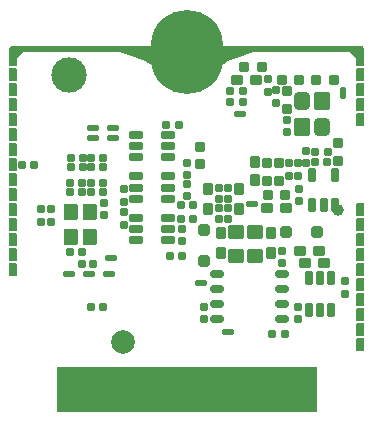
<source format=gbs>
G04*
G04 #@! TF.GenerationSoftware,Altium Limited,Altium Designer,24.9.1 (31)*
G04*
G04 Layer_Color=16711935*
%FSLAX43Y43*%
%MOMM*%
G71*
G04*
G04 #@! TF.SameCoordinates,EB6F8884-3A13-42B7-98C6-1BA732C3788B*
G04*
G04*
G04 #@! TF.FilePolarity,Negative*
G04*
G01*
G75*
G04:AMPARAMS|DCode=34|XSize=0.5mm|YSize=1mm|CornerRadius=0.125mm|HoleSize=0mm|Usage=FLASHONLY|Rotation=90.000|XOffset=0mm|YOffset=0mm|HoleType=Round|Shape=RoundedRectangle|*
%AMROUNDEDRECTD34*
21,1,0.500,0.750,0,0,90.0*
21,1,0.250,1.000,0,0,90.0*
1,1,0.250,0.375,0.125*
1,1,0.250,0.375,-0.125*
1,1,0.250,-0.375,-0.125*
1,1,0.250,-0.375,0.125*
%
%ADD34ROUNDEDRECTD34*%
G04:AMPARAMS|DCode=35|XSize=0.5mm|YSize=1mm|CornerRadius=0.125mm|HoleSize=0mm|Usage=FLASHONLY|Rotation=180.000|XOffset=0mm|YOffset=0mm|HoleType=Round|Shape=RoundedRectangle|*
%AMROUNDEDRECTD35*
21,1,0.500,0.750,0,0,180.0*
21,1,0.250,1.000,0,0,180.0*
1,1,0.250,-0.125,0.375*
1,1,0.250,0.125,0.375*
1,1,0.250,0.125,-0.375*
1,1,0.250,-0.125,-0.375*
%
%ADD35ROUNDEDRECTD35*%
G04:AMPARAMS|DCode=36|XSize=0.6mm|YSize=0.7mm|CornerRadius=0.113mm|HoleSize=0mm|Usage=FLASHONLY|Rotation=270.000|XOffset=0mm|YOffset=0mm|HoleType=Round|Shape=RoundedRectangle|*
%AMROUNDEDRECTD36*
21,1,0.600,0.475,0,0,270.0*
21,1,0.375,0.700,0,0,270.0*
1,1,0.225,-0.238,-0.188*
1,1,0.225,-0.238,0.188*
1,1,0.225,0.238,0.188*
1,1,0.225,0.238,-0.188*
%
%ADD36ROUNDEDRECTD36*%
G04:AMPARAMS|DCode=37|XSize=0.6mm|YSize=0.7mm|CornerRadius=0.113mm|HoleSize=0mm|Usage=FLASHONLY|Rotation=0.000|XOffset=0mm|YOffset=0mm|HoleType=Round|Shape=RoundedRectangle|*
%AMROUNDEDRECTD37*
21,1,0.600,0.475,0,0,0.0*
21,1,0.375,0.700,0,0,0.0*
1,1,0.225,0.188,-0.238*
1,1,0.225,-0.188,-0.238*
1,1,0.225,-0.188,0.238*
1,1,0.225,0.188,0.238*
%
%ADD37ROUNDEDRECTD37*%
G04:AMPARAMS|DCode=38|XSize=0.9mm|YSize=0.85mm|CornerRadius=0.144mm|HoleSize=0mm|Usage=FLASHONLY|Rotation=0.000|XOffset=0mm|YOffset=0mm|HoleType=Round|Shape=RoundedRectangle|*
%AMROUNDEDRECTD38*
21,1,0.900,0.563,0,0,0.0*
21,1,0.613,0.850,0,0,0.0*
1,1,0.288,0.306,-0.281*
1,1,0.288,-0.306,-0.281*
1,1,0.288,-0.306,0.281*
1,1,0.288,0.306,0.281*
%
%ADD38ROUNDEDRECTD38*%
G04:AMPARAMS|DCode=39|XSize=1mm|YSize=0.8mm|CornerRadius=0.138mm|HoleSize=0mm|Usage=FLASHONLY|Rotation=0.000|XOffset=0mm|YOffset=0mm|HoleType=Round|Shape=RoundedRectangle|*
%AMROUNDEDRECTD39*
21,1,1.000,0.525,0,0,0.0*
21,1,0.725,0.800,0,0,0.0*
1,1,0.275,0.363,-0.263*
1,1,0.275,-0.363,-0.263*
1,1,0.275,-0.363,0.263*
1,1,0.275,0.363,0.263*
%
%ADD39ROUNDEDRECTD39*%
G04:AMPARAMS|DCode=44|XSize=0.7mm|YSize=0.6mm|CornerRadius=0.113mm|HoleSize=0mm|Usage=FLASHONLY|Rotation=90.000|XOffset=0mm|YOffset=0mm|HoleType=Round|Shape=RoundedRectangle|*
%AMROUNDEDRECTD44*
21,1,0.700,0.375,0,0,90.0*
21,1,0.475,0.600,0,0,90.0*
1,1,0.225,0.188,0.238*
1,1,0.225,0.188,-0.238*
1,1,0.225,-0.188,-0.238*
1,1,0.225,-0.188,0.238*
%
%ADD44ROUNDEDRECTD44*%
G04:AMPARAMS|DCode=45|XSize=0.7mm|YSize=0.6mm|CornerRadius=0.113mm|HoleSize=0mm|Usage=FLASHONLY|Rotation=0.000|XOffset=0mm|YOffset=0mm|HoleType=Round|Shape=RoundedRectangle|*
%AMROUNDEDRECTD45*
21,1,0.700,0.375,0,0,0.0*
21,1,0.475,0.600,0,0,0.0*
1,1,0.225,0.238,-0.188*
1,1,0.225,-0.238,-0.188*
1,1,0.225,-0.238,0.188*
1,1,0.225,0.238,0.188*
%
%ADD45ROUNDEDRECTD45*%
G04:AMPARAMS|DCode=46|XSize=0.9mm|YSize=0.85mm|CornerRadius=0.144mm|HoleSize=0mm|Usage=FLASHONLY|Rotation=90.000|XOffset=0mm|YOffset=0mm|HoleType=Round|Shape=RoundedRectangle|*
%AMROUNDEDRECTD46*
21,1,0.900,0.563,0,0,90.0*
21,1,0.613,0.850,0,0,90.0*
1,1,0.288,0.281,0.306*
1,1,0.288,0.281,-0.306*
1,1,0.288,-0.281,-0.306*
1,1,0.288,-0.281,0.306*
%
%ADD46ROUNDEDRECTD46*%
%ADD55C,2.000*%
%ADD56C,3.000*%
%ADD108R,6.200X1.000*%
G04:AMPARAMS|DCode=109|XSize=0.75mm|YSize=1.15mm|CornerRadius=0.15mm|HoleSize=0mm|Usage=FLASHONLY|Rotation=0.000|XOffset=0mm|YOffset=0mm|HoleType=Round|Shape=RoundedRectangle|*
%AMROUNDEDRECTD109*
21,1,0.750,0.850,0,0,0.0*
21,1,0.450,1.150,0,0,0.0*
1,1,0.300,0.225,-0.425*
1,1,0.300,-0.225,-0.425*
1,1,0.300,-0.225,0.425*
1,1,0.300,0.225,0.425*
%
%ADD109ROUNDEDRECTD109*%
G04:AMPARAMS|DCode=110|XSize=1mm|YSize=0.8mm|CornerRadius=0.138mm|HoleSize=0mm|Usage=FLASHONLY|Rotation=90.000|XOffset=0mm|YOffset=0mm|HoleType=Round|Shape=RoundedRectangle|*
%AMROUNDEDRECTD110*
21,1,1.000,0.525,0,0,90.0*
21,1,0.725,0.800,0,0,90.0*
1,1,0.275,0.263,0.363*
1,1,0.275,0.263,-0.363*
1,1,0.275,-0.263,-0.363*
1,1,0.275,-0.263,0.363*
%
%ADD110ROUNDEDRECTD110*%
G04:AMPARAMS|DCode=111|XSize=1.15mm|YSize=1.4mm|CornerRadius=0.2mm|HoleSize=0mm|Usage=FLASHONLY|Rotation=270.000|XOffset=0mm|YOffset=0mm|HoleType=Round|Shape=RoundedRectangle|*
%AMROUNDEDRECTD111*
21,1,1.150,1.000,0,0,270.0*
21,1,0.750,1.400,0,0,270.0*
1,1,0.400,-0.500,-0.375*
1,1,0.400,-0.500,0.375*
1,1,0.400,0.500,0.375*
1,1,0.400,0.500,-0.375*
%
%ADD111ROUNDEDRECTD111*%
G04:AMPARAMS|DCode=112|XSize=0.95mm|YSize=0.95mm|CornerRadius=0.175mm|HoleSize=0mm|Usage=FLASHONLY|Rotation=0.000|XOffset=0mm|YOffset=0mm|HoleType=Round|Shape=RoundedRectangle|*
%AMROUNDEDRECTD112*
21,1,0.950,0.600,0,0,0.0*
21,1,0.600,0.950,0,0,0.0*
1,1,0.350,0.300,-0.300*
1,1,0.350,-0.300,-0.300*
1,1,0.350,-0.300,0.300*
1,1,0.350,0.300,0.300*
%
%ADD112ROUNDEDRECTD112*%
G04:AMPARAMS|DCode=113|XSize=0.95mm|YSize=0.95mm|CornerRadius=0.175mm|HoleSize=0mm|Usage=FLASHONLY|Rotation=90.000|XOffset=0mm|YOffset=0mm|HoleType=Round|Shape=RoundedRectangle|*
%AMROUNDEDRECTD113*
21,1,0.950,0.600,0,0,90.0*
21,1,0.600,0.950,0,0,90.0*
1,1,0.350,0.300,0.300*
1,1,0.350,0.300,-0.300*
1,1,0.350,-0.300,-0.300*
1,1,0.350,-0.300,0.300*
%
%ADD113ROUNDEDRECTD113*%
G04:AMPARAMS|DCode=114|XSize=0.75mm|YSize=1.2mm|CornerRadius=0.15mm|HoleSize=0mm|Usage=FLASHONLY|Rotation=270.000|XOffset=0mm|YOffset=0mm|HoleType=Round|Shape=RoundedRectangle|*
%AMROUNDEDRECTD114*
21,1,0.750,0.900,0,0,270.0*
21,1,0.450,1.200,0,0,270.0*
1,1,0.300,-0.450,-0.225*
1,1,0.300,-0.450,0.225*
1,1,0.300,0.450,0.225*
1,1,0.300,0.450,-0.225*
%
%ADD114ROUNDEDRECTD114*%
%ADD115R,0.450X2.100*%
G04:AMPARAMS|DCode=116|XSize=0.75mm|YSize=1.2mm|CornerRadius=0.15mm|HoleSize=0mm|Usage=FLASHONLY|Rotation=180.000|XOffset=0mm|YOffset=0mm|HoleType=Round|Shape=RoundedRectangle|*
%AMROUNDEDRECTD116*
21,1,0.750,0.900,0,0,180.0*
21,1,0.450,1.200,0,0,180.0*
1,1,0.300,-0.225,0.450*
1,1,0.300,0.225,0.450*
1,1,0.300,0.225,-0.450*
1,1,0.300,-0.225,-0.450*
%
%ADD116ROUNDEDRECTD116*%
G04:AMPARAMS|DCode=117|XSize=1mm|YSize=0.9mm|CornerRadius=0.15mm|HoleSize=0mm|Usage=FLASHONLY|Rotation=270.000|XOffset=0mm|YOffset=0mm|HoleType=Round|Shape=RoundedRectangle|*
%AMROUNDEDRECTD117*
21,1,1.000,0.600,0,0,270.0*
21,1,0.700,0.900,0,0,270.0*
1,1,0.300,-0.300,-0.350*
1,1,0.300,-0.300,0.350*
1,1,0.300,0.300,0.350*
1,1,0.300,0.300,-0.350*
%
%ADD117ROUNDEDRECTD117*%
G04:AMPARAMS|DCode=118|XSize=1.4mm|YSize=1.2mm|CornerRadius=0.188mm|HoleSize=0mm|Usage=FLASHONLY|Rotation=270.000|XOffset=0mm|YOffset=0mm|HoleType=Round|Shape=RoundedRectangle|*
%AMROUNDEDRECTD118*
21,1,1.400,0.825,0,0,270.0*
21,1,1.025,1.200,0,0,270.0*
1,1,0.375,-0.413,-0.513*
1,1,0.375,-0.413,0.513*
1,1,0.375,0.413,0.513*
1,1,0.375,0.413,-0.513*
%
%ADD118ROUNDEDRECTD118*%
G04:AMPARAMS|DCode=119|XSize=1.05mm|YSize=0.55mm|CornerRadius=0.175mm|HoleSize=0mm|Usage=FLASHONLY|Rotation=180.000|XOffset=0mm|YOffset=0mm|HoleType=Round|Shape=RoundedRectangle|*
%AMROUNDEDRECTD119*
21,1,1.050,0.200,0,0,180.0*
21,1,0.700,0.550,0,0,180.0*
1,1,0.350,-0.350,0.100*
1,1,0.350,0.350,0.100*
1,1,0.350,0.350,-0.100*
1,1,0.350,-0.350,-0.100*
%
%ADD119ROUNDEDRECTD119*%
G04:AMPARAMS|DCode=120|XSize=0.65mm|YSize=1.15mm|CornerRadius=0.2mm|HoleSize=0mm|Usage=FLASHONLY|Rotation=90.000|XOffset=0mm|YOffset=0mm|HoleType=Round|Shape=RoundedRectangle|*
%AMROUNDEDRECTD120*
21,1,0.650,0.750,0,0,90.0*
21,1,0.250,1.150,0,0,90.0*
1,1,0.400,0.375,0.125*
1,1,0.400,0.375,-0.125*
1,1,0.400,-0.375,-0.125*
1,1,0.400,-0.375,0.125*
%
%ADD120ROUNDEDRECTD120*%
G04:AMPARAMS|DCode=121|XSize=1.55mm|YSize=1.35mm|CornerRadius=0.225mm|HoleSize=0mm|Usage=FLASHONLY|Rotation=90.000|XOffset=0mm|YOffset=0mm|HoleType=Round|Shape=RoundedRectangle|*
%AMROUNDEDRECTD121*
21,1,1.550,0.900,0,0,90.0*
21,1,1.100,1.350,0,0,90.0*
1,1,0.450,0.450,0.550*
1,1,0.450,0.450,-0.550*
1,1,0.450,-0.450,-0.550*
1,1,0.450,-0.450,0.550*
%
%ADD121ROUNDEDRECTD121*%
G04:AMPARAMS|DCode=122|XSize=1.55mm|YSize=1.35mm|CornerRadius=0.375mm|HoleSize=0mm|Usage=FLASHONLY|Rotation=90.000|XOffset=0mm|YOffset=0mm|HoleType=Round|Shape=RoundedRectangle|*
%AMROUNDEDRECTD122*
21,1,1.550,0.600,0,0,90.0*
21,1,0.800,1.350,0,0,90.0*
1,1,0.750,0.300,0.400*
1,1,0.750,0.300,-0.400*
1,1,0.750,-0.300,-0.400*
1,1,0.750,-0.300,0.400*
%
%ADD122ROUNDEDRECTD122*%
%ADD123C,1.000*%
%ADD124C,6.100*%
G36*
X14913Y-30D02*
X14970Y-87D01*
X15000Y-160D01*
Y-200D01*
Y-617D01*
X15000D01*
X15010Y-618D01*
X15019Y-621D01*
X15028Y-625D01*
X15036Y-632D01*
X15042Y-639D01*
X15046Y-648D01*
X15049Y-657D01*
X15050Y-667D01*
Y-1667D01*
X15049Y-1677D01*
X15046Y-1686D01*
X15042Y-1695D01*
X15036Y-1703D01*
X15028Y-1709D01*
X15019Y-1714D01*
X15010Y-1717D01*
X15000Y-1717D01*
X14500D01*
X14500Y-1717D01*
X14491Y-1717D01*
X14490Y-1717D01*
X14481Y-1714D01*
X14472Y-1709D01*
X14468Y-1706D01*
X14464Y-1703D01*
X14464Y-1703D01*
X14365Y-1603D01*
X14364Y-1603D01*
X14361Y-1599D01*
X14358Y-1595D01*
X14356Y-1591D01*
X14354Y-1586D01*
X14351Y-1577D01*
X14350Y-1567D01*
Y-1050D01*
X13941Y-641D01*
X13906Y-610D01*
X13828Y-557D01*
X13740Y-521D01*
X13647Y-502D01*
X13600Y-500D01*
X6000D01*
Y-500D01*
X6000Y-500D01*
X5632Y-564D01*
X4906Y-746D01*
X4203Y-998D01*
X3527Y-1318D01*
X2886Y-1703D01*
X2285Y-2149D01*
X1732Y-2651D01*
X1230Y-3205D01*
X1000Y-3500D01*
X1000Y-500D01*
X-1000D01*
X-1000Y-3500D01*
X-1230Y-3205D01*
X-1732Y-2651D01*
X-2285Y-2149D01*
X-2886Y-1703D01*
X-3527Y-1318D01*
X-4203Y-998D01*
X-4906Y-746D01*
X-5632Y-564D01*
X-6000Y-500D01*
X-6000Y-500D01*
Y-500D01*
X-13600D01*
X-13647Y-502D01*
X-13740Y-521D01*
X-13828Y-557D01*
X-13906Y-610D01*
X-13941Y-641D01*
X-13900Y-600D01*
X-13941Y-641D01*
X-13941Y-641D01*
X-14350Y-1050D01*
Y-1570D01*
X-14350Y-1570D01*
X-14350Y-1575D01*
X-14351Y-1580D01*
X-14353Y-1587D01*
X-14354Y-1589D01*
X-14358Y-1598D01*
X-14364Y-1606D01*
X-14364Y-1606D01*
X-14464Y-1706D01*
X-14464Y-1706D01*
X-14468Y-1708D01*
X-14472Y-1712D01*
X-14481Y-1716D01*
X-14490Y-1719D01*
X-14495Y-1720D01*
X-14500Y-1720D01*
X-14500Y-1720D01*
X-15000Y-1720D01*
X-15010Y-1719D01*
X-15019Y-1716D01*
X-15028Y-1712D01*
X-15036Y-1706D01*
X-15042Y-1698D01*
X-15046Y-1689D01*
X-15049Y-1680D01*
X-15050Y-1670D01*
Y-670D01*
X-15049Y-660D01*
X-15046Y-651D01*
X-15042Y-642D01*
X-15036Y-634D01*
X-15028Y-628D01*
X-15019Y-624D01*
X-15010Y-621D01*
X-15009Y-621D01*
X-15000Y-620D01*
Y-241D01*
Y-193D01*
X-14963Y-104D01*
X-14896Y-37D01*
X-14807Y0D01*
X14840D01*
X14913Y-30D01*
D02*
G37*
G36*
X14500Y-1890D02*
X15000Y-1890D01*
X15010Y-1891D01*
X15019Y-1894D01*
X15028Y-1898D01*
X15036Y-1904D01*
X15042Y-1912D01*
X15046Y-1921D01*
X15049Y-1930D01*
X15050Y-1940D01*
Y-2940D01*
X15049Y-2950D01*
X15046Y-2959D01*
X15042Y-2968D01*
X15036Y-2976D01*
X15028Y-2982D01*
X15019Y-2986D01*
X15010Y-2989D01*
X15000Y-2990D01*
X14500D01*
X14500Y-2990D01*
X14491Y-2989D01*
X14490Y-2989D01*
X14481Y-2986D01*
X14472Y-2982D01*
X14468Y-2978D01*
X14464Y-2976D01*
X14464Y-2976D01*
X14364Y-2876D01*
X14364Y-2876D01*
X14361Y-2871D01*
X14358Y-2868D01*
X14356Y-2863D01*
X14354Y-2859D01*
X14351Y-2850D01*
X14350Y-2840D01*
Y-2040D01*
X14350Y-2040D01*
X14350Y-2035D01*
X14351Y-2030D01*
X14353Y-2023D01*
X14354Y-2021D01*
X14358Y-2012D01*
X14364Y-2004D01*
X14364Y-2004D01*
X14464Y-1904D01*
X14464Y-1904D01*
X14468Y-1902D01*
X14472Y-1898D01*
X14481Y-1894D01*
X14490Y-1891D01*
X14495Y-1890D01*
X14500Y-1890D01*
X14500Y-1890D01*
D02*
G37*
G36*
X-14491Y-1891D02*
X-14490Y-1891D01*
X-14481Y-1894D01*
X-14472Y-1898D01*
X-14468Y-1902D01*
X-14464Y-1904D01*
X-14464Y-1904D01*
X-14364Y-2004D01*
X-14364Y-2004D01*
X-14361Y-2009D01*
X-14358Y-2012D01*
X-14356Y-2017D01*
X-14354Y-2021D01*
X-14351Y-2030D01*
X-14350Y-2040D01*
Y-2840D01*
X-14350Y-2840D01*
X-14350Y-2845D01*
X-14351Y-2850D01*
X-14353Y-2857D01*
X-14354Y-2859D01*
X-14358Y-2868D01*
X-14364Y-2876D01*
X-14364Y-2876D01*
X-14464Y-2976D01*
X-14464Y-2976D01*
X-14468Y-2978D01*
X-14472Y-2982D01*
X-14481Y-2986D01*
X-14490Y-2989D01*
X-14495Y-2990D01*
X-14500Y-2990D01*
X-14500Y-2990D01*
X-15000Y-2990D01*
X-15010Y-2989D01*
X-15019Y-2986D01*
X-15028Y-2982D01*
X-15036Y-2976D01*
X-15042Y-2968D01*
X-15046Y-2959D01*
X-15049Y-2950D01*
X-15050Y-2940D01*
Y-1940D01*
X-15049Y-1930D01*
X-15046Y-1921D01*
X-15042Y-1912D01*
X-15036Y-1904D01*
X-15028Y-1898D01*
X-15019Y-1894D01*
X-15010Y-1891D01*
X-15000Y-1890D01*
X-14500D01*
X-14500Y-1890D01*
X-14491Y-1891D01*
D02*
G37*
G36*
X14500Y-3160D02*
X15000Y-3160D01*
X15010Y-3161D01*
X15019Y-3164D01*
X15028Y-3168D01*
X15036Y-3174D01*
X15042Y-3182D01*
X15046Y-3191D01*
X15049Y-3200D01*
X15050Y-3210D01*
Y-4210D01*
X15049Y-4220D01*
X15046Y-4229D01*
X15042Y-4238D01*
X15036Y-4246D01*
X15028Y-4252D01*
X15019Y-4256D01*
X15010Y-4259D01*
X15000Y-4260D01*
X14500D01*
X14500Y-4260D01*
X14491Y-4259D01*
X14490Y-4259D01*
X14481Y-4256D01*
X14472Y-4252D01*
X14468Y-4248D01*
X14464Y-4246D01*
X14464Y-4246D01*
X14364Y-4146D01*
X14364Y-4146D01*
X14361Y-4141D01*
X14358Y-4138D01*
X14356Y-4133D01*
X14354Y-4129D01*
X14351Y-4120D01*
X14350Y-4110D01*
Y-3310D01*
X14350Y-3310D01*
X14350Y-3305D01*
X14351Y-3300D01*
X14353Y-3293D01*
X14354Y-3291D01*
X14358Y-3282D01*
X14364Y-3274D01*
X14364Y-3274D01*
X14464Y-3174D01*
X14464Y-3174D01*
X14468Y-3172D01*
X14472Y-3168D01*
X14481Y-3164D01*
X14490Y-3161D01*
X14495Y-3160D01*
X14500Y-3160D01*
X14500Y-3160D01*
D02*
G37*
G36*
X-14491Y-3161D02*
X-14490Y-3161D01*
X-14481Y-3164D01*
X-14472Y-3168D01*
X-14468Y-3172D01*
X-14464Y-3174D01*
X-14464Y-3174D01*
X-14364Y-3274D01*
X-14364Y-3274D01*
X-14361Y-3279D01*
X-14358Y-3282D01*
X-14356Y-3287D01*
X-14354Y-3291D01*
X-14351Y-3300D01*
X-14350Y-3310D01*
Y-4110D01*
X-14350Y-4110D01*
X-14350Y-4115D01*
X-14351Y-4120D01*
X-14353Y-4127D01*
X-14354Y-4129D01*
X-14358Y-4138D01*
X-14364Y-4146D01*
X-14364Y-4146D01*
X-14464Y-4246D01*
X-14464Y-4246D01*
X-14468Y-4248D01*
X-14472Y-4252D01*
X-14481Y-4256D01*
X-14490Y-4259D01*
X-14495Y-4260D01*
X-14500Y-4260D01*
X-14500Y-4260D01*
X-15000Y-4260D01*
X-15010Y-4259D01*
X-15019Y-4256D01*
X-15028Y-4252D01*
X-15036Y-4246D01*
X-15042Y-4238D01*
X-15046Y-4229D01*
X-15049Y-4220D01*
X-15050Y-4210D01*
Y-3210D01*
X-15049Y-3200D01*
X-15046Y-3191D01*
X-15042Y-3182D01*
X-15036Y-3174D01*
X-15028Y-3168D01*
X-15019Y-3164D01*
X-15010Y-3161D01*
X-15000Y-3160D01*
X-14500D01*
X-14500Y-3160D01*
X-14491Y-3161D01*
D02*
G37*
G36*
X14500Y-4430D02*
X15000Y-4430D01*
X15010Y-4431D01*
X15019Y-4434D01*
X15028Y-4438D01*
X15036Y-4444D01*
X15042Y-4452D01*
X15046Y-4461D01*
X15049Y-4470D01*
X15050Y-4480D01*
Y-5480D01*
X15049Y-5490D01*
X15046Y-5499D01*
X15042Y-5508D01*
X15036Y-5516D01*
X15028Y-5522D01*
X15019Y-5526D01*
X15010Y-5529D01*
X15000Y-5530D01*
X14500D01*
X14500Y-5530D01*
X14491Y-5529D01*
X14490Y-5529D01*
X14481Y-5526D01*
X14472Y-5522D01*
X14468Y-5518D01*
X14464Y-5516D01*
X14464Y-5516D01*
X14364Y-5416D01*
X14364Y-5416D01*
X14361Y-5411D01*
X14358Y-5408D01*
X14356Y-5403D01*
X14354Y-5399D01*
X14351Y-5390D01*
X14350Y-5380D01*
Y-4580D01*
X14350Y-4580D01*
X14350Y-4575D01*
X14351Y-4570D01*
X14353Y-4563D01*
X14354Y-4561D01*
X14358Y-4552D01*
X14364Y-4544D01*
X14364Y-4544D01*
X14464Y-4444D01*
X14464Y-4444D01*
X14468Y-4442D01*
X14472Y-4438D01*
X14481Y-4434D01*
X14490Y-4431D01*
X14495Y-4430D01*
X14500Y-4430D01*
X14500Y-4430D01*
D02*
G37*
G36*
X-14491Y-4431D02*
X-14490Y-4431D01*
X-14481Y-4434D01*
X-14472Y-4438D01*
X-14468Y-4442D01*
X-14464Y-4444D01*
X-14464Y-4444D01*
X-14364Y-4544D01*
X-14364Y-4544D01*
X-14361Y-4549D01*
X-14358Y-4552D01*
X-14356Y-4557D01*
X-14354Y-4561D01*
X-14351Y-4570D01*
X-14350Y-4580D01*
Y-5380D01*
X-14350Y-5380D01*
X-14350Y-5385D01*
X-14351Y-5390D01*
X-14353Y-5397D01*
X-14354Y-5399D01*
X-14358Y-5408D01*
X-14364Y-5416D01*
X-14364Y-5416D01*
X-14464Y-5516D01*
X-14464Y-5516D01*
X-14468Y-5518D01*
X-14472Y-5522D01*
X-14481Y-5526D01*
X-14490Y-5529D01*
X-14495Y-5530D01*
X-14500Y-5530D01*
X-14500Y-5530D01*
X-15000Y-5530D01*
X-15010Y-5529D01*
X-15019Y-5526D01*
X-15028Y-5522D01*
X-15036Y-5516D01*
X-15042Y-5508D01*
X-15046Y-5499D01*
X-15049Y-5490D01*
X-15050Y-5480D01*
Y-4480D01*
X-15049Y-4470D01*
X-15046Y-4461D01*
X-15042Y-4452D01*
X-15036Y-4444D01*
X-15028Y-4438D01*
X-15019Y-4434D01*
X-15010Y-4431D01*
X-15000Y-4430D01*
X-14500D01*
X-14500Y-4430D01*
X-14491Y-4431D01*
D02*
G37*
G36*
X14500Y-5700D02*
X15000Y-5700D01*
X15010Y-5701D01*
X15019Y-5704D01*
X15028Y-5708D01*
X15036Y-5714D01*
X15042Y-5722D01*
X15046Y-5731D01*
X15049Y-5740D01*
X15050Y-5750D01*
Y-6750D01*
X15049Y-6760D01*
X15046Y-6769D01*
X15042Y-6778D01*
X15036Y-6786D01*
X15028Y-6792D01*
X15019Y-6796D01*
X15010Y-6799D01*
X15000Y-6800D01*
X14500D01*
X14500Y-6800D01*
X14491Y-6799D01*
X14490Y-6799D01*
X14481Y-6796D01*
X14472Y-6792D01*
X14468Y-6788D01*
X14464Y-6786D01*
X14464Y-6786D01*
X14364Y-6686D01*
X14364Y-6686D01*
X14361Y-6681D01*
X14358Y-6678D01*
X14356Y-6673D01*
X14354Y-6669D01*
X14351Y-6660D01*
X14350Y-6650D01*
Y-5850D01*
X14350Y-5850D01*
X14350Y-5845D01*
X14351Y-5840D01*
X14353Y-5833D01*
X14354Y-5831D01*
X14358Y-5822D01*
X14364Y-5814D01*
X14364Y-5814D01*
X14464Y-5714D01*
X14464Y-5714D01*
X14468Y-5712D01*
X14472Y-5708D01*
X14481Y-5704D01*
X14490Y-5701D01*
X14495Y-5700D01*
X14500Y-5700D01*
X14500Y-5700D01*
D02*
G37*
G36*
X-14491Y-5701D02*
X-14490Y-5701D01*
X-14481Y-5704D01*
X-14472Y-5708D01*
X-14468Y-5712D01*
X-14464Y-5714D01*
X-14464Y-5714D01*
X-14364Y-5814D01*
X-14364Y-5814D01*
X-14361Y-5819D01*
X-14358Y-5822D01*
X-14356Y-5827D01*
X-14354Y-5831D01*
X-14351Y-5840D01*
X-14350Y-5850D01*
Y-6650D01*
X-14350Y-6650D01*
X-14350Y-6655D01*
X-14351Y-6660D01*
X-14353Y-6667D01*
X-14354Y-6669D01*
X-14358Y-6678D01*
X-14364Y-6686D01*
X-14364Y-6686D01*
X-14464Y-6786D01*
X-14464Y-6786D01*
X-14468Y-6788D01*
X-14472Y-6792D01*
X-14481Y-6796D01*
X-14490Y-6799D01*
X-14495Y-6800D01*
X-14500Y-6800D01*
X-14500Y-6800D01*
X-15000Y-6800D01*
X-15010Y-6799D01*
X-15019Y-6796D01*
X-15028Y-6792D01*
X-15036Y-6786D01*
X-15042Y-6778D01*
X-15046Y-6769D01*
X-15049Y-6760D01*
X-15050Y-6750D01*
Y-5750D01*
X-15049Y-5740D01*
X-15046Y-5731D01*
X-15042Y-5722D01*
X-15036Y-5714D01*
X-15028Y-5708D01*
X-15019Y-5704D01*
X-15010Y-5701D01*
X-15000Y-5700D01*
X-14500D01*
X-14500Y-5700D01*
X-14491Y-5701D01*
D02*
G37*
G36*
Y-6971D02*
X-14490Y-6971D01*
X-14481Y-6974D01*
X-14472Y-6978D01*
X-14468Y-6982D01*
X-14464Y-6984D01*
X-14464Y-6984D01*
X-14364Y-7084D01*
X-14364Y-7084D01*
X-14361Y-7089D01*
X-14358Y-7092D01*
X-14356Y-7097D01*
X-14354Y-7101D01*
X-14351Y-7110D01*
X-14350Y-7120D01*
Y-7920D01*
X-14350Y-7920D01*
X-14350Y-7925D01*
X-14351Y-7930D01*
X-14353Y-7937D01*
X-14354Y-7939D01*
X-14358Y-7948D01*
X-14364Y-7956D01*
X-14364Y-7956D01*
X-14464Y-8056D01*
X-14464Y-8056D01*
X-14468Y-8058D01*
X-14472Y-8062D01*
X-14481Y-8066D01*
X-14490Y-8069D01*
X-14495Y-8070D01*
X-14500Y-8070D01*
X-14500Y-8070D01*
X-15000Y-8070D01*
X-15010Y-8069D01*
X-15019Y-8066D01*
X-15028Y-8062D01*
X-15036Y-8056D01*
X-15042Y-8048D01*
X-15046Y-8039D01*
X-15049Y-8030D01*
X-15050Y-8020D01*
Y-7020D01*
X-15049Y-7010D01*
X-15046Y-7001D01*
X-15042Y-6992D01*
X-15036Y-6984D01*
X-15028Y-6978D01*
X-15019Y-6974D01*
X-15010Y-6971D01*
X-15000Y-6970D01*
X-14500D01*
X-14500Y-6970D01*
X-14491Y-6971D01*
D02*
G37*
G36*
Y-8241D02*
X-14490Y-8241D01*
X-14481Y-8244D01*
X-14472Y-8248D01*
X-14468Y-8252D01*
X-14464Y-8254D01*
X-14464Y-8254D01*
X-14364Y-8354D01*
X-14364Y-8354D01*
X-14361Y-8359D01*
X-14358Y-8362D01*
X-14356Y-8367D01*
X-14354Y-8371D01*
X-14351Y-8380D01*
X-14350Y-8390D01*
Y-9190D01*
X-14350Y-9190D01*
X-14350Y-9195D01*
X-14351Y-9200D01*
X-14353Y-9207D01*
X-14354Y-9209D01*
X-14358Y-9218D01*
X-14364Y-9226D01*
X-14364Y-9226D01*
X-14464Y-9326D01*
X-14464Y-9326D01*
X-14468Y-9328D01*
X-14472Y-9332D01*
X-14481Y-9336D01*
X-14490Y-9339D01*
X-14495Y-9340D01*
X-14500Y-9340D01*
X-14500Y-9340D01*
X-15000Y-9340D01*
X-15010Y-9339D01*
X-15019Y-9336D01*
X-15028Y-9332D01*
X-15036Y-9326D01*
X-15042Y-9318D01*
X-15046Y-9309D01*
X-15049Y-9300D01*
X-15050Y-9290D01*
Y-8290D01*
X-15049Y-8280D01*
X-15046Y-8271D01*
X-15042Y-8262D01*
X-15036Y-8254D01*
X-15028Y-8248D01*
X-15019Y-8244D01*
X-15010Y-8241D01*
X-15000Y-8240D01*
X-14500D01*
X-14500Y-8240D01*
X-14491Y-8241D01*
D02*
G37*
G36*
Y-9511D02*
X-14490Y-9511D01*
X-14481Y-9514D01*
X-14472Y-9518D01*
X-14468Y-9522D01*
X-14464Y-9524D01*
X-14464Y-9524D01*
X-14364Y-9624D01*
X-14364Y-9624D01*
X-14361Y-9629D01*
X-14358Y-9632D01*
X-14356Y-9637D01*
X-14354Y-9641D01*
X-14351Y-9650D01*
X-14350Y-9660D01*
Y-10460D01*
X-14350Y-10460D01*
X-14350Y-10465D01*
X-14351Y-10470D01*
X-14353Y-10477D01*
X-14354Y-10479D01*
X-14358Y-10488D01*
X-14364Y-10496D01*
X-14364Y-10496D01*
X-14464Y-10596D01*
X-14464Y-10596D01*
X-14468Y-10598D01*
X-14472Y-10602D01*
X-14481Y-10606D01*
X-14490Y-10609D01*
X-14495Y-10610D01*
X-14500Y-10610D01*
X-14500Y-10610D01*
X-15000Y-10610D01*
X-15010Y-10609D01*
X-15019Y-10606D01*
X-15028Y-10602D01*
X-15036Y-10596D01*
X-15042Y-10588D01*
X-15046Y-10579D01*
X-15049Y-10570D01*
X-15050Y-10560D01*
Y-9560D01*
X-15049Y-9550D01*
X-15046Y-9541D01*
X-15042Y-9532D01*
X-15036Y-9524D01*
X-15028Y-9518D01*
X-15019Y-9514D01*
X-15010Y-9511D01*
X-15000Y-9510D01*
X-14500D01*
X-14500Y-9510D01*
X-14491Y-9511D01*
D02*
G37*
G36*
Y-10781D02*
X-14490Y-10781D01*
X-14481Y-10784D01*
X-14472Y-10788D01*
X-14468Y-10792D01*
X-14464Y-10794D01*
X-14464Y-10794D01*
X-14364Y-10894D01*
X-14364Y-10894D01*
X-14361Y-10899D01*
X-14358Y-10902D01*
X-14356Y-10907D01*
X-14354Y-10911D01*
X-14351Y-10920D01*
X-14350Y-10930D01*
Y-11730D01*
X-14350Y-11730D01*
X-14350Y-11735D01*
X-14351Y-11740D01*
X-14353Y-11747D01*
X-14354Y-11749D01*
X-14358Y-11758D01*
X-14364Y-11766D01*
X-14364Y-11766D01*
X-14464Y-11866D01*
X-14464Y-11866D01*
X-14468Y-11868D01*
X-14472Y-11872D01*
X-14481Y-11876D01*
X-14490Y-11879D01*
X-14495Y-11880D01*
X-14500Y-11880D01*
X-14500Y-11880D01*
X-15000Y-11880D01*
X-15010Y-11879D01*
X-15019Y-11876D01*
X-15028Y-11872D01*
X-15036Y-11866D01*
X-15042Y-11858D01*
X-15046Y-11849D01*
X-15049Y-11840D01*
X-15050Y-11830D01*
Y-10830D01*
X-15049Y-10820D01*
X-15046Y-10811D01*
X-15042Y-10802D01*
X-15036Y-10794D01*
X-15028Y-10788D01*
X-15019Y-10784D01*
X-15010Y-10781D01*
X-15000Y-10780D01*
X-14500D01*
X-14500Y-10780D01*
X-14491Y-10781D01*
D02*
G37*
G36*
Y-12051D02*
X-14490Y-12051D01*
X-14481Y-12054D01*
X-14472Y-12058D01*
X-14468Y-12062D01*
X-14464Y-12064D01*
X-14464Y-12064D01*
X-14364Y-12164D01*
X-14364Y-12164D01*
X-14361Y-12169D01*
X-14358Y-12172D01*
X-14356Y-12177D01*
X-14354Y-12181D01*
X-14351Y-12190D01*
X-14350Y-12200D01*
Y-13000D01*
X-14350Y-13000D01*
X-14350Y-13005D01*
X-14351Y-13010D01*
X-14353Y-13017D01*
X-14354Y-13019D01*
X-14358Y-13028D01*
X-14364Y-13036D01*
X-14364Y-13036D01*
X-14464Y-13136D01*
X-14464Y-13136D01*
X-14468Y-13138D01*
X-14472Y-13142D01*
X-14481Y-13146D01*
X-14490Y-13149D01*
X-14495Y-13150D01*
X-14500Y-13150D01*
X-14500Y-13150D01*
X-15000Y-13150D01*
X-15010Y-13149D01*
X-15019Y-13146D01*
X-15028Y-13142D01*
X-15036Y-13136D01*
X-15042Y-13128D01*
X-15046Y-13119D01*
X-15049Y-13110D01*
X-15050Y-13100D01*
Y-12100D01*
X-15049Y-12090D01*
X-15046Y-12081D01*
X-15042Y-12072D01*
X-15036Y-12064D01*
X-15028Y-12058D01*
X-15019Y-12054D01*
X-15010Y-12051D01*
X-15000Y-12050D01*
X-14500D01*
X-14500Y-12050D01*
X-14491Y-12051D01*
D02*
G37*
G36*
X14500Y-13320D02*
X15000Y-13320D01*
X15010Y-13321D01*
X15019Y-13324D01*
X15028Y-13328D01*
X15036Y-13334D01*
X15042Y-13342D01*
X15046Y-13351D01*
X15049Y-13360D01*
X15050Y-13370D01*
Y-14370D01*
X15049Y-14380D01*
X15046Y-14389D01*
X15042Y-14398D01*
X15036Y-14406D01*
X15028Y-14412D01*
X15019Y-14416D01*
X15010Y-14419D01*
X15000Y-14420D01*
X14500D01*
X14500Y-14420D01*
X14491Y-14419D01*
X14490Y-14419D01*
X14481Y-14416D01*
X14472Y-14412D01*
X14468Y-14408D01*
X14464Y-14406D01*
X14464Y-14406D01*
X14364Y-14306D01*
X14364Y-14306D01*
X14361Y-14301D01*
X14358Y-14298D01*
X14356Y-14293D01*
X14354Y-14289D01*
X14351Y-14280D01*
X14350Y-14270D01*
Y-13470D01*
X14350Y-13470D01*
X14350Y-13465D01*
X14351Y-13460D01*
X14353Y-13453D01*
X14354Y-13451D01*
X14358Y-13442D01*
X14364Y-13434D01*
X14364Y-13434D01*
X14464Y-13334D01*
X14464Y-13334D01*
X14468Y-13332D01*
X14472Y-13328D01*
X14481Y-13324D01*
X14490Y-13321D01*
X14495Y-13320D01*
X14500Y-13320D01*
X14500Y-13320D01*
D02*
G37*
G36*
X-14491Y-13321D02*
X-14490Y-13321D01*
X-14481Y-13324D01*
X-14472Y-13328D01*
X-14468Y-13332D01*
X-14464Y-13334D01*
X-14464Y-13334D01*
X-14364Y-13434D01*
X-14364Y-13434D01*
X-14361Y-13439D01*
X-14358Y-13442D01*
X-14356Y-13447D01*
X-14354Y-13451D01*
X-14351Y-13460D01*
X-14350Y-13470D01*
Y-14270D01*
X-14350Y-14270D01*
X-14350Y-14275D01*
X-14351Y-14280D01*
X-14353Y-14287D01*
X-14354Y-14289D01*
X-14358Y-14298D01*
X-14364Y-14306D01*
X-14364Y-14306D01*
X-14464Y-14406D01*
X-14464Y-14406D01*
X-14468Y-14408D01*
X-14472Y-14412D01*
X-14481Y-14416D01*
X-14490Y-14419D01*
X-14495Y-14420D01*
X-14500Y-14420D01*
X-14500Y-14420D01*
X-15000Y-14420D01*
X-15010Y-14419D01*
X-15019Y-14416D01*
X-15028Y-14412D01*
X-15036Y-14406D01*
X-15042Y-14398D01*
X-15046Y-14389D01*
X-15049Y-14380D01*
X-15050Y-14370D01*
Y-13370D01*
X-15049Y-13360D01*
X-15046Y-13351D01*
X-15042Y-13342D01*
X-15036Y-13334D01*
X-15028Y-13328D01*
X-15019Y-13324D01*
X-15010Y-13321D01*
X-15000Y-13320D01*
X-14500D01*
X-14500Y-13320D01*
X-14491Y-13321D01*
D02*
G37*
G36*
X14500Y-14590D02*
X15000Y-14590D01*
X15010Y-14591D01*
X15019Y-14594D01*
X15028Y-14598D01*
X15036Y-14604D01*
X15042Y-14612D01*
X15046Y-14621D01*
X15049Y-14630D01*
X15050Y-14640D01*
Y-15640D01*
X15049Y-15650D01*
X15046Y-15659D01*
X15042Y-15668D01*
X15036Y-15676D01*
X15028Y-15682D01*
X15019Y-15686D01*
X15010Y-15689D01*
X15000Y-15690D01*
X14500D01*
X14500Y-15690D01*
X14491Y-15689D01*
X14490Y-15689D01*
X14481Y-15686D01*
X14472Y-15682D01*
X14468Y-15678D01*
X14464Y-15676D01*
X14464Y-15676D01*
X14364Y-15576D01*
X14364Y-15576D01*
X14361Y-15571D01*
X14358Y-15568D01*
X14356Y-15563D01*
X14354Y-15559D01*
X14351Y-15550D01*
X14350Y-15540D01*
Y-14740D01*
X14350Y-14740D01*
X14350Y-14735D01*
X14351Y-14730D01*
X14353Y-14723D01*
X14354Y-14721D01*
X14358Y-14712D01*
X14364Y-14704D01*
X14364Y-14704D01*
X14464Y-14604D01*
X14464Y-14604D01*
X14468Y-14602D01*
X14472Y-14598D01*
X14481Y-14594D01*
X14490Y-14591D01*
X14495Y-14590D01*
X14500Y-14590D01*
X14500Y-14590D01*
D02*
G37*
G36*
X-14491Y-14591D02*
X-14490Y-14591D01*
X-14481Y-14594D01*
X-14472Y-14598D01*
X-14468Y-14602D01*
X-14464Y-14604D01*
X-14464Y-14604D01*
X-14364Y-14704D01*
X-14364Y-14704D01*
X-14361Y-14709D01*
X-14358Y-14712D01*
X-14356Y-14717D01*
X-14354Y-14721D01*
X-14351Y-14730D01*
X-14350Y-14740D01*
Y-15540D01*
X-14350Y-15540D01*
X-14350Y-15545D01*
X-14351Y-15550D01*
X-14353Y-15557D01*
X-14354Y-15559D01*
X-14358Y-15568D01*
X-14364Y-15576D01*
X-14364Y-15576D01*
X-14464Y-15676D01*
X-14464Y-15676D01*
X-14468Y-15678D01*
X-14472Y-15682D01*
X-14481Y-15686D01*
X-14490Y-15689D01*
X-14495Y-15690D01*
X-14500Y-15690D01*
X-14500Y-15690D01*
X-15000Y-15690D01*
X-15010Y-15689D01*
X-15019Y-15686D01*
X-15028Y-15682D01*
X-15036Y-15676D01*
X-15042Y-15668D01*
X-15046Y-15659D01*
X-15049Y-15650D01*
X-15050Y-15640D01*
Y-14640D01*
X-15049Y-14630D01*
X-15046Y-14621D01*
X-15042Y-14612D01*
X-15036Y-14604D01*
X-15028Y-14598D01*
X-15019Y-14594D01*
X-15010Y-14591D01*
X-15000Y-14590D01*
X-14500D01*
X-14500Y-14590D01*
X-14491Y-14591D01*
D02*
G37*
G36*
X14500Y-15860D02*
X15000Y-15860D01*
X15010Y-15861D01*
X15019Y-15864D01*
X15028Y-15868D01*
X15036Y-15874D01*
X15042Y-15882D01*
X15046Y-15891D01*
X15049Y-15900D01*
X15050Y-15910D01*
Y-16910D01*
X15049Y-16920D01*
X15046Y-16929D01*
X15042Y-16938D01*
X15036Y-16946D01*
X15028Y-16952D01*
X15019Y-16956D01*
X15010Y-16959D01*
X15000Y-16960D01*
X14500D01*
X14500Y-16960D01*
X14491Y-16959D01*
X14490Y-16959D01*
X14481Y-16956D01*
X14472Y-16952D01*
X14468Y-16948D01*
X14464Y-16946D01*
X14464Y-16946D01*
X14364Y-16846D01*
X14364Y-16846D01*
X14361Y-16841D01*
X14358Y-16838D01*
X14356Y-16833D01*
X14354Y-16829D01*
X14351Y-16820D01*
X14350Y-16810D01*
Y-16010D01*
X14350Y-16010D01*
X14350Y-16005D01*
X14351Y-16000D01*
X14353Y-15993D01*
X14354Y-15991D01*
X14358Y-15982D01*
X14364Y-15974D01*
X14364Y-15974D01*
X14464Y-15874D01*
X14464Y-15874D01*
X14468Y-15872D01*
X14472Y-15868D01*
X14481Y-15864D01*
X14490Y-15861D01*
X14495Y-15860D01*
X14500Y-15860D01*
X14500Y-15860D01*
D02*
G37*
G36*
X-14491Y-15861D02*
X-14490Y-15861D01*
X-14481Y-15864D01*
X-14472Y-15868D01*
X-14468Y-15872D01*
X-14464Y-15874D01*
X-14464Y-15874D01*
X-14364Y-15974D01*
X-14364Y-15974D01*
X-14361Y-15979D01*
X-14358Y-15982D01*
X-14356Y-15987D01*
X-14354Y-15991D01*
X-14351Y-16000D01*
X-14350Y-16010D01*
Y-16810D01*
X-14350Y-16810D01*
X-14350Y-16815D01*
X-14351Y-16820D01*
X-14353Y-16827D01*
X-14354Y-16829D01*
X-14358Y-16838D01*
X-14364Y-16846D01*
X-14364Y-16846D01*
X-14464Y-16946D01*
X-14464Y-16946D01*
X-14468Y-16948D01*
X-14472Y-16952D01*
X-14481Y-16956D01*
X-14490Y-16959D01*
X-14495Y-16960D01*
X-14500Y-16960D01*
X-14500Y-16960D01*
X-15000Y-16960D01*
X-15010Y-16959D01*
X-15019Y-16956D01*
X-15028Y-16952D01*
X-15036Y-16946D01*
X-15042Y-16938D01*
X-15046Y-16929D01*
X-15049Y-16920D01*
X-15050Y-16910D01*
Y-15910D01*
X-15049Y-15900D01*
X-15046Y-15891D01*
X-15042Y-15882D01*
X-15036Y-15874D01*
X-15028Y-15868D01*
X-15019Y-15864D01*
X-15010Y-15861D01*
X-15000Y-15860D01*
X-14500D01*
X-14500Y-15860D01*
X-14491Y-15861D01*
D02*
G37*
G36*
X14500Y-17130D02*
X15000Y-17130D01*
X15010Y-17131D01*
X15019Y-17134D01*
X15028Y-17138D01*
X15036Y-17144D01*
X15042Y-17152D01*
X15046Y-17161D01*
X15049Y-17170D01*
X15050Y-17180D01*
Y-18180D01*
X15049Y-18190D01*
X15046Y-18199D01*
X15042Y-18208D01*
X15036Y-18216D01*
X15028Y-18222D01*
X15019Y-18226D01*
X15010Y-18229D01*
X15000Y-18230D01*
X14500D01*
X14500Y-18230D01*
X14491Y-18229D01*
X14490Y-18229D01*
X14481Y-18226D01*
X14472Y-18222D01*
X14468Y-18218D01*
X14464Y-18216D01*
X14464Y-18216D01*
X14364Y-18116D01*
X14364Y-18116D01*
X14361Y-18111D01*
X14358Y-18108D01*
X14356Y-18103D01*
X14354Y-18099D01*
X14351Y-18090D01*
X14350Y-18080D01*
Y-17280D01*
X14350Y-17280D01*
X14350Y-17275D01*
X14351Y-17270D01*
X14353Y-17263D01*
X14354Y-17261D01*
X14358Y-17252D01*
X14364Y-17244D01*
X14364Y-17244D01*
X14464Y-17144D01*
X14464Y-17144D01*
X14468Y-17142D01*
X14472Y-17138D01*
X14481Y-17134D01*
X14490Y-17131D01*
X14495Y-17130D01*
X14500Y-17130D01*
X14500Y-17130D01*
D02*
G37*
G36*
X-14491Y-17131D02*
X-14490Y-17131D01*
X-14481Y-17134D01*
X-14472Y-17138D01*
X-14468Y-17142D01*
X-14464Y-17144D01*
X-14464Y-17144D01*
X-14364Y-17244D01*
X-14364Y-17244D01*
X-14361Y-17249D01*
X-14358Y-17252D01*
X-14356Y-17257D01*
X-14354Y-17261D01*
X-14351Y-17270D01*
X-14350Y-17280D01*
Y-18080D01*
X-14350Y-18080D01*
X-14350Y-18085D01*
X-14351Y-18090D01*
X-14353Y-18097D01*
X-14354Y-18099D01*
X-14358Y-18108D01*
X-14364Y-18116D01*
X-14364Y-18116D01*
X-14464Y-18216D01*
X-14464Y-18216D01*
X-14468Y-18218D01*
X-14472Y-18222D01*
X-14481Y-18226D01*
X-14490Y-18229D01*
X-14495Y-18230D01*
X-14500Y-18230D01*
X-14500Y-18230D01*
X-15000Y-18230D01*
X-15010Y-18229D01*
X-15019Y-18226D01*
X-15028Y-18222D01*
X-15036Y-18216D01*
X-15042Y-18208D01*
X-15046Y-18199D01*
X-15049Y-18190D01*
X-15050Y-18180D01*
Y-17180D01*
X-15049Y-17170D01*
X-15046Y-17161D01*
X-15042Y-17152D01*
X-15036Y-17144D01*
X-15028Y-17138D01*
X-15019Y-17134D01*
X-15010Y-17131D01*
X-15000Y-17130D01*
X-14500D01*
X-14500Y-17130D01*
X-14491Y-17131D01*
D02*
G37*
G36*
X14500Y-18400D02*
X15000Y-18400D01*
X15010Y-18401D01*
X15019Y-18404D01*
X15028Y-18408D01*
X15036Y-18414D01*
X15042Y-18422D01*
X15046Y-18431D01*
X15049Y-18440D01*
X15050Y-18450D01*
Y-19450D01*
X15049Y-19460D01*
X15046Y-19469D01*
X15042Y-19478D01*
X15036Y-19486D01*
X15028Y-19492D01*
X15019Y-19496D01*
X15010Y-19499D01*
X15000Y-19500D01*
X14500D01*
X14500Y-19500D01*
X14491Y-19499D01*
X14490Y-19499D01*
X14481Y-19496D01*
X14472Y-19492D01*
X14468Y-19488D01*
X14464Y-19486D01*
X14464Y-19486D01*
X14364Y-19386D01*
X14364Y-19386D01*
X14361Y-19381D01*
X14358Y-19378D01*
X14356Y-19373D01*
X14354Y-19369D01*
X14351Y-19360D01*
X14350Y-19350D01*
Y-18550D01*
X14350Y-18550D01*
X14350Y-18545D01*
X14351Y-18540D01*
X14353Y-18533D01*
X14354Y-18531D01*
X14358Y-18522D01*
X14364Y-18514D01*
X14364Y-18514D01*
X14464Y-18414D01*
X14464Y-18414D01*
X14468Y-18412D01*
X14472Y-18408D01*
X14481Y-18404D01*
X14490Y-18401D01*
X14495Y-18400D01*
X14500Y-18400D01*
X14500Y-18400D01*
D02*
G37*
G36*
X-14491Y-18401D02*
X-14490Y-18401D01*
X-14481Y-18404D01*
X-14472Y-18408D01*
X-14468Y-18412D01*
X-14464Y-18414D01*
X-14464Y-18414D01*
X-14364Y-18514D01*
X-14364Y-18514D01*
X-14361Y-18519D01*
X-14358Y-18522D01*
X-14356Y-18527D01*
X-14354Y-18531D01*
X-14351Y-18540D01*
X-14350Y-18550D01*
Y-19350D01*
X-14350Y-19350D01*
X-14350Y-19355D01*
X-14351Y-19360D01*
X-14353Y-19367D01*
X-14354Y-19369D01*
X-14358Y-19378D01*
X-14364Y-19386D01*
X-14364Y-19386D01*
X-14464Y-19486D01*
X-14464Y-19486D01*
X-14468Y-19488D01*
X-14472Y-19492D01*
X-14481Y-19496D01*
X-14490Y-19499D01*
X-14495Y-19500D01*
X-14500Y-19500D01*
X-14500Y-19500D01*
X-15000Y-19500D01*
X-15010Y-19499D01*
X-15019Y-19496D01*
X-15028Y-19492D01*
X-15036Y-19486D01*
X-15042Y-19478D01*
X-15046Y-19469D01*
X-15049Y-19460D01*
X-15050Y-19450D01*
Y-18450D01*
X-15049Y-18440D01*
X-15046Y-18431D01*
X-15042Y-18422D01*
X-15036Y-18414D01*
X-15028Y-18408D01*
X-15019Y-18404D01*
X-15010Y-18401D01*
X-15000Y-18400D01*
X-14500D01*
X-14500Y-18400D01*
X-14491Y-18401D01*
D02*
G37*
G36*
X14500Y-19670D02*
X15000Y-19670D01*
X15010Y-19671D01*
X15019Y-19674D01*
X15028Y-19678D01*
X15036Y-19684D01*
X15042Y-19692D01*
X15046Y-19701D01*
X15049Y-19710D01*
X15050Y-19720D01*
Y-20720D01*
X15049Y-20730D01*
X15046Y-20739D01*
X15042Y-20748D01*
X15036Y-20756D01*
X15028Y-20762D01*
X15019Y-20766D01*
X15010Y-20769D01*
X15000Y-20770D01*
X14500D01*
X14500Y-20770D01*
X14491Y-20769D01*
X14490Y-20769D01*
X14481Y-20766D01*
X14472Y-20762D01*
X14468Y-20758D01*
X14464Y-20756D01*
X14464Y-20756D01*
X14364Y-20656D01*
X14364Y-20656D01*
X14361Y-20651D01*
X14358Y-20648D01*
X14356Y-20643D01*
X14354Y-20639D01*
X14351Y-20630D01*
X14350Y-20620D01*
Y-19820D01*
X14350Y-19820D01*
X14350Y-19815D01*
X14351Y-19810D01*
X14353Y-19803D01*
X14354Y-19801D01*
X14358Y-19792D01*
X14364Y-19784D01*
X14364Y-19784D01*
X14464Y-19684D01*
X14464Y-19684D01*
X14468Y-19682D01*
X14472Y-19678D01*
X14481Y-19674D01*
X14490Y-19671D01*
X14495Y-19670D01*
X14500Y-19670D01*
X14500Y-19670D01*
D02*
G37*
G36*
Y-20940D02*
X15000Y-20940D01*
X15010Y-20941D01*
X15019Y-20944D01*
X15028Y-20948D01*
X15036Y-20954D01*
X15042Y-20962D01*
X15046Y-20971D01*
X15049Y-20980D01*
X15050Y-20990D01*
Y-21990D01*
X15049Y-22000D01*
X15046Y-22009D01*
X15042Y-22018D01*
X15036Y-22026D01*
X15028Y-22032D01*
X15019Y-22036D01*
X15010Y-22039D01*
X15000Y-22040D01*
X14500D01*
X14500Y-22040D01*
X14491Y-22039D01*
X14490Y-22039D01*
X14481Y-22036D01*
X14472Y-22032D01*
X14468Y-22028D01*
X14464Y-22026D01*
X14464Y-22026D01*
X14364Y-21926D01*
X14364Y-21926D01*
X14361Y-21921D01*
X14358Y-21918D01*
X14356Y-21913D01*
X14354Y-21909D01*
X14351Y-21900D01*
X14350Y-21890D01*
Y-21090D01*
X14350Y-21090D01*
X14350Y-21085D01*
X14351Y-21080D01*
X14353Y-21073D01*
X14354Y-21071D01*
X14358Y-21062D01*
X14364Y-21054D01*
X14364Y-21054D01*
X14464Y-20954D01*
X14464Y-20954D01*
X14468Y-20952D01*
X14472Y-20948D01*
X14481Y-20944D01*
X14490Y-20941D01*
X14495Y-20940D01*
X14500Y-20940D01*
X14500Y-20940D01*
D02*
G37*
G36*
Y-22210D02*
X15000Y-22210D01*
X15010Y-22211D01*
X15019Y-22214D01*
X15028Y-22218D01*
X15036Y-22224D01*
X15042Y-22232D01*
X15046Y-22241D01*
X15049Y-22250D01*
X15050Y-22260D01*
Y-23260D01*
X15049Y-23270D01*
X15046Y-23279D01*
X15042Y-23288D01*
X15036Y-23296D01*
X15028Y-23302D01*
X15019Y-23306D01*
X15010Y-23309D01*
X15000Y-23310D01*
X14500D01*
X14500Y-23310D01*
X14491Y-23309D01*
X14490Y-23309D01*
X14481Y-23306D01*
X14472Y-23302D01*
X14468Y-23298D01*
X14464Y-23296D01*
X14464Y-23296D01*
X14364Y-23196D01*
X14364Y-23196D01*
X14361Y-23191D01*
X14358Y-23188D01*
X14356Y-23183D01*
X14354Y-23179D01*
X14351Y-23170D01*
X14350Y-23160D01*
Y-22360D01*
X14350Y-22360D01*
X14350Y-22355D01*
X14351Y-22350D01*
X14353Y-22343D01*
X14354Y-22341D01*
X14358Y-22332D01*
X14364Y-22324D01*
X14364Y-22324D01*
X14464Y-22224D01*
X14464Y-22224D01*
X14468Y-22222D01*
X14472Y-22218D01*
X14481Y-22214D01*
X14490Y-22211D01*
X14495Y-22210D01*
X14500Y-22210D01*
X14500Y-22210D01*
D02*
G37*
G36*
Y-23480D02*
X15000Y-23480D01*
X15010Y-23481D01*
X15019Y-23484D01*
X15028Y-23488D01*
X15036Y-23494D01*
X15042Y-23502D01*
X15046Y-23511D01*
X15049Y-23520D01*
X15050Y-23530D01*
Y-24530D01*
X15049Y-24540D01*
X15046Y-24549D01*
X15042Y-24558D01*
X15036Y-24566D01*
X15028Y-24572D01*
X15019Y-24576D01*
X15010Y-24579D01*
X15000Y-24580D01*
X14500D01*
X14500Y-24580D01*
X14491Y-24579D01*
X14490Y-24579D01*
X14481Y-24576D01*
X14472Y-24572D01*
X14468Y-24568D01*
X14464Y-24566D01*
X14464Y-24566D01*
X14364Y-24466D01*
X14364Y-24466D01*
X14361Y-24461D01*
X14358Y-24458D01*
X14356Y-24453D01*
X14354Y-24449D01*
X14351Y-24440D01*
X14350Y-24430D01*
Y-23630D01*
X14350Y-23630D01*
X14350Y-23625D01*
X14351Y-23620D01*
X14353Y-23613D01*
X14354Y-23611D01*
X14358Y-23602D01*
X14364Y-23594D01*
X14364Y-23594D01*
X14464Y-23494D01*
X14464Y-23494D01*
X14468Y-23492D01*
X14472Y-23488D01*
X14481Y-23484D01*
X14490Y-23481D01*
X14495Y-23480D01*
X14500Y-23480D01*
X14500Y-23480D01*
D02*
G37*
G36*
Y-24750D02*
X15000Y-24750D01*
X15010Y-24751D01*
X15019Y-24754D01*
X15028Y-24758D01*
X15036Y-24764D01*
X15042Y-24772D01*
X15046Y-24781D01*
X15049Y-24790D01*
X15050Y-24800D01*
Y-25800D01*
X15049Y-25810D01*
X15046Y-25819D01*
X15042Y-25828D01*
X15036Y-25836D01*
X15028Y-25842D01*
X15019Y-25846D01*
X15010Y-25849D01*
X15000Y-25850D01*
X14500D01*
X14500Y-25850D01*
X14491Y-25849D01*
X14490Y-25849D01*
X14481Y-25846D01*
X14472Y-25842D01*
X14468Y-25838D01*
X14464Y-25836D01*
X14464Y-25836D01*
X14364Y-25736D01*
X14364Y-25736D01*
X14361Y-25731D01*
X14358Y-25728D01*
X14356Y-25723D01*
X14354Y-25719D01*
X14351Y-25710D01*
X14350Y-25700D01*
Y-24900D01*
X14350Y-24900D01*
X14350Y-24895D01*
X14351Y-24890D01*
X14353Y-24883D01*
X14354Y-24881D01*
X14358Y-24872D01*
X14364Y-24864D01*
X14364Y-24864D01*
X14464Y-24764D01*
X14464Y-24764D01*
X14468Y-24762D01*
X14472Y-24758D01*
X14481Y-24754D01*
X14490Y-24751D01*
X14495Y-24750D01*
X14500Y-24750D01*
X14500Y-24750D01*
D02*
G37*
G36*
X11000Y-31000D02*
X-11000D01*
Y-27200D01*
X11000D01*
Y-31000D01*
D02*
G37*
D34*
X-6600Y-19300D02*
D03*
X-10000D02*
D03*
X-8300D02*
D03*
X3500Y-24200D02*
D03*
X1200Y-20100D02*
D03*
X5500Y-13400D02*
D03*
X4500Y-5800D02*
D03*
X-6400Y-18000D02*
D03*
D35*
X13200Y-4000D02*
D03*
D36*
X8500Y-7300D02*
D03*
Y-6300D02*
D03*
X9400Y-22100D02*
D03*
Y-23100D02*
D03*
X8100Y-18400D02*
D03*
Y-17400D02*
D03*
X0Y-10900D02*
D03*
Y-9900D02*
D03*
Y-11700D02*
D03*
Y-12700D02*
D03*
X-7000Y-13300D02*
D03*
Y-14300D02*
D03*
X-400Y-16500D02*
D03*
Y-15500D02*
D03*
X9500Y-13100D02*
D03*
Y-12100D02*
D03*
X10100Y-9900D02*
D03*
Y-8900D02*
D03*
X3500Y-12000D02*
D03*
Y-13000D02*
D03*
X1500Y-22100D02*
D03*
Y-23100D02*
D03*
X4800Y-3800D02*
D03*
Y-4800D02*
D03*
X3700Y-3800D02*
D03*
Y-4800D02*
D03*
X2700Y-13000D02*
D03*
X2700Y-12000D02*
D03*
X3500Y-13700D02*
D03*
Y-14700D02*
D03*
X2700D02*
D03*
X2700Y-13700D02*
D03*
D37*
X-7100Y-22100D02*
D03*
X-8100D02*
D03*
X-7900Y-18500D02*
D03*
X-8900D02*
D03*
X-9900Y-17500D02*
D03*
X-8900D02*
D03*
X-13900Y-10060D02*
D03*
X-12900D02*
D03*
X-9900Y-11600D02*
D03*
X-8900D02*
D03*
X-400Y-17800D02*
D03*
X-1400D02*
D03*
X-7100Y-9500D02*
D03*
X-8100D02*
D03*
X-8800Y-10300D02*
D03*
X-9800D02*
D03*
X-7100Y-12400D02*
D03*
X-8100D02*
D03*
X-7100Y-11600D02*
D03*
X-8100D02*
D03*
Y-10300D02*
D03*
X-7100D02*
D03*
X-9800Y-9500D02*
D03*
X-8800D02*
D03*
X-8900Y-12400D02*
D03*
X-9900D02*
D03*
X11900Y-9800D02*
D03*
X10900D02*
D03*
X500Y-14700D02*
D03*
X-500D02*
D03*
X500Y-13500D02*
D03*
X-500D02*
D03*
D38*
X4850Y-1800D02*
D03*
X6350Y-1800D02*
D03*
X12450Y-2900D02*
D03*
X10950Y-2900D02*
D03*
X8350Y-12600D02*
D03*
X6850Y-12600D02*
D03*
X8050Y-2900D02*
D03*
X9550Y-2900D02*
D03*
D39*
X9600Y-17400D02*
D03*
X11200D02*
D03*
X10000Y-18400D02*
D03*
X11600D02*
D03*
X8400Y-13700D02*
D03*
X6800D02*
D03*
X4300Y-2900D02*
D03*
X5900D02*
D03*
D44*
X6900Y-3950D02*
D03*
X6900Y-2850D02*
D03*
X13400Y-21050D02*
D03*
X13400Y-19950D02*
D03*
X-5300Y-14050D02*
D03*
X-5300Y-15150D02*
D03*
X-11500Y-14950D02*
D03*
X-11500Y-13850D02*
D03*
X-5300Y-12150D02*
D03*
X-5300Y-13250D02*
D03*
X-12300Y-13850D02*
D03*
X-12300Y-14950D02*
D03*
X9400Y-11050D02*
D03*
X9400Y-9950D02*
D03*
X8700Y-11050D02*
D03*
X8700Y-9950D02*
D03*
X7600Y-3750D02*
D03*
X7600Y-4850D02*
D03*
D45*
X-1750Y-6700D02*
D03*
X-650Y-6700D02*
D03*
X10850Y-9000D02*
D03*
X11950Y-9000D02*
D03*
X8350Y-24400D02*
D03*
X7250Y-24400D02*
D03*
D46*
X6800Y-9950D02*
D03*
X6800Y-11450D02*
D03*
X1100Y-10050D02*
D03*
X1100Y-8550D02*
D03*
X7800Y-11450D02*
D03*
X7800Y-9950D02*
D03*
X12800Y-8250D02*
D03*
X12800Y-9750D02*
D03*
X8500Y-5350D02*
D03*
X8500Y-3850D02*
D03*
D55*
X-5400Y-25100D02*
D03*
D56*
X-10000Y-2500D02*
D03*
D108*
X-0Y-500D02*
D03*
D109*
X12550Y-10900D02*
D03*
Y-13500D02*
D03*
X10650Y-10900D02*
D03*
Y-13500D02*
D03*
X11600Y-13500D02*
D03*
D110*
X5800Y-9800D02*
D03*
Y-11400D02*
D03*
D111*
X4200Y-17800D02*
D03*
Y-15800D02*
D03*
X5800Y-17800D02*
D03*
Y-15800D02*
D03*
D112*
X8400Y-15800D02*
D03*
X11000D02*
D03*
D113*
X1500Y-15600D02*
D03*
Y-18200D02*
D03*
D114*
X-4250Y-7550D02*
D03*
Y-8500D02*
D03*
Y-9450D02*
D03*
X-1550D02*
D03*
Y-7550D02*
D03*
Y-8500D02*
D03*
X-1550Y-12950D02*
D03*
Y-12000D02*
D03*
Y-11050D02*
D03*
X-4250D02*
D03*
Y-12950D02*
D03*
Y-12000D02*
D03*
Y-15500D02*
D03*
Y-16450D02*
D03*
Y-14550D02*
D03*
X-1550D02*
D03*
Y-15500D02*
D03*
Y-16450D02*
D03*
D115*
X2000Y-28500D02*
D03*
X2500D02*
D03*
X3000D02*
D03*
X3500D02*
D03*
X-9000D02*
D03*
X-8500D02*
D03*
X-8000D02*
D03*
X-7500D02*
D03*
X-5000D02*
D03*
X-4500D02*
D03*
X-4000D02*
D03*
X-3500D02*
D03*
X-3000D02*
D03*
X-2500D02*
D03*
X-2000D02*
D03*
X-1500D02*
D03*
X-1000D02*
D03*
X-500D02*
D03*
X0D02*
D03*
X500D02*
D03*
X1000D02*
D03*
X8500D02*
D03*
X4500D02*
D03*
X4000D02*
D03*
X9000D02*
D03*
X8000D02*
D03*
X1500D02*
D03*
X7500D02*
D03*
X7000D02*
D03*
D116*
X12250Y-19650D02*
D03*
X11300D02*
D03*
X10350D02*
D03*
Y-22350D02*
D03*
X12250D02*
D03*
X11300D02*
D03*
D117*
X2900Y-17550D02*
D03*
X2900Y-15850D02*
D03*
X7100D02*
D03*
X7100Y-17550D02*
D03*
X4400Y-12150D02*
D03*
Y-13850D02*
D03*
X1800Y-13850D02*
D03*
X1800Y-12150D02*
D03*
D118*
X-9825Y-14050D02*
D03*
X-9825Y-16150D02*
D03*
X-8175D02*
D03*
Y-14050D02*
D03*
D119*
X-6250Y-7800D02*
D03*
X-7950D02*
D03*
Y-7000D02*
D03*
X-6250D02*
D03*
D120*
X2600Y-23170D02*
D03*
X2600Y-21900D02*
D03*
X2600Y-20630D02*
D03*
Y-19360D02*
D03*
X8100Y-19360D02*
D03*
Y-20630D02*
D03*
Y-21900D02*
D03*
Y-23170D02*
D03*
D121*
X11450Y-4700D02*
D03*
X9750Y-6900D02*
D03*
D122*
X11450D02*
D03*
X9750Y-4700D02*
D03*
D123*
X12800Y-13900D02*
D03*
D124*
X0Y0D02*
D03*
Y-1000D02*
D03*
M02*

</source>
